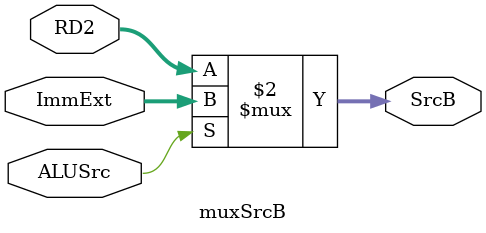
<source format=v>
module muxSrcB(
    input ALUSrc,
    input [31:0] RD2,
    input [31:0] ImmExt,
    output [31:0] SrcB
);
assign SrcB = (ALUSrc == 1) ? ImmExt : RD2;
endmodule
</source>
